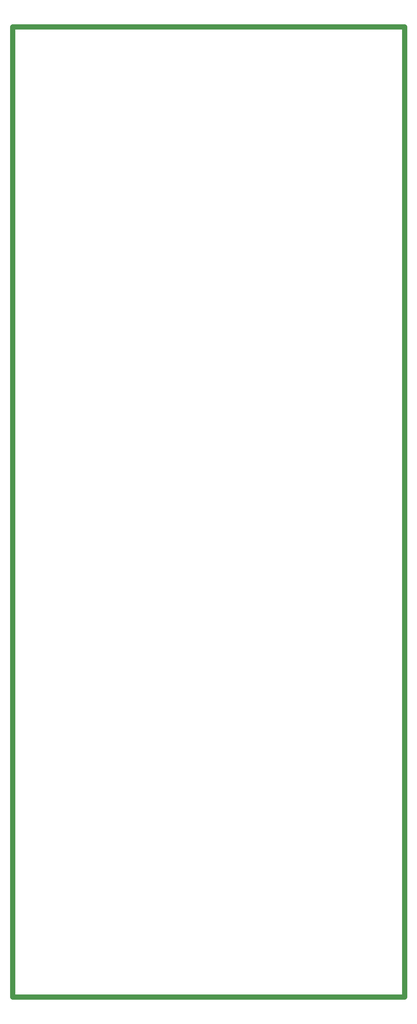
<source format=gko>
G04*
G04 #@! TF.GenerationSoftware,Altium Limited,Altium Designer,19.0.15 (446)*
G04*
G04 Layer_Color=16711935*
%FSLAX25Y25*%
%MOIN*%
G70*
G01*
G75*
%ADD71C,0.04724*%
D71*
X0Y0D02*
Y865000D01*
X350000D01*
Y0D02*
Y865000D01*
X0Y0D02*
X350000D01*
M02*

</source>
